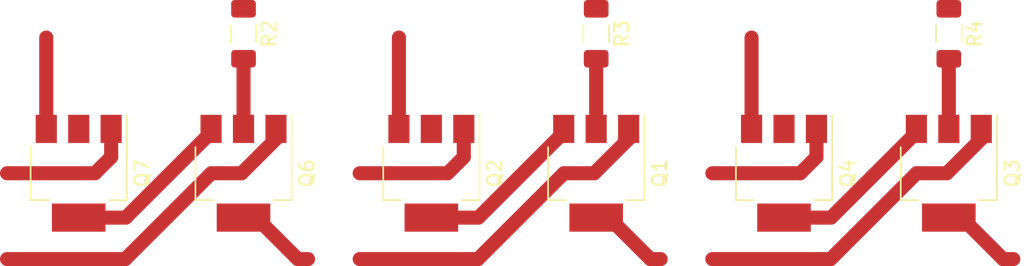
<source format=kicad_pcb>
(kicad_pcb (version 20171130) (host pcbnew "(5.0.2)-1")

  (general
    (thickness 1.6)
    (drawings 0)
    (tracks 48)
    (zones 0)
    (modules 9)
    (nets 13)
  )

  (page USLetter)
  (title_block
    (title Memory)
    (date 2018-10-22)
    (company "Gottfried Haider")
  )

  (layers
    (0 F.Cu signal)
    (31 B.Cu signal)
    (32 B.Adhes user)
    (33 F.Adhes user)
    (34 B.Paste user)
    (35 F.Paste user)
    (36 B.SilkS user)
    (37 F.SilkS user)
    (38 B.Mask user)
    (39 F.Mask user)
    (40 Dwgs.User user)
    (41 Cmts.User user)
    (42 Eco1.User user)
    (43 Eco2.User user)
    (44 Edge.Cuts user)
    (45 Margin user)
    (46 B.CrtYd user)
    (47 F.CrtYd user)
    (48 B.Fab user)
    (49 F.Fab user)
  )

  (setup
    (last_trace_width 1)
    (trace_clearance 0.2)
    (zone_clearance 0.508)
    (zone_45_only no)
    (trace_min 0.2)
    (segment_width 0.2)
    (edge_width 0.15)
    (via_size 0.8)
    (via_drill 0.4)
    (via_min_size 0.4)
    (via_min_drill 0.3)
    (uvia_size 0.3)
    (uvia_drill 0.1)
    (uvias_allowed no)
    (uvia_min_size 0.2)
    (uvia_min_drill 0.1)
    (pcb_text_width 0.3)
    (pcb_text_size 1.5 1.5)
    (mod_edge_width 0.15)
    (mod_text_size 1 1)
    (mod_text_width 0.15)
    (pad_size 1.524 1.524)
    (pad_drill 0.762)
    (pad_to_mask_clearance 0.2)
    (solder_mask_min_width 0.25)
    (aux_axis_origin 0 0)
    (visible_elements 7FFFFF7F)
    (pcbplotparams
      (layerselection 0x00000_7fffffff)
      (usegerberextensions false)
      (usegerberattributes false)
      (usegerberadvancedattributes false)
      (creategerberjobfile false)
      (excludeedgelayer true)
      (linewidth 0.100000)
      (plotframeref true)
      (viasonmask false)
      (mode 1)
      (useauxorigin false)
      (hpglpennumber 1)
      (hpglpenspeed 20)
      (hpglpendiameter 15.000000)
      (psnegative true)
      (psa4output false)
      (plotreference true)
      (plotvalue true)
      (plotinvisibletext false)
      (padsonsilk false)
      (subtractmaskfromsilk false)
      (outputformat 4)
      (mirror true)
      (drillshape 0)
      (scaleselection 1)
      (outputdirectory ""))
  )

  (net 0 "")
  (net 1 /SR_FLIP_FLOP_1/Q)
  (net 2 "Net-(Q1-Pad3)")
  (net 3 /SR_FLIP_FLOP_1/~Q)
  (net 4 GND)
  (net 5 "Net-(Q3-Pad3)")
  (net 6 /NAND2_1/Y)
  (net 7 "Net-(Q6-Pad3)")
  (net 8 VCC)
  (net 9 /SR_FLIP_FLOP_1/R)
  (net 10 /SR_FLIP_FLOP_1/S)
  (net 11 /NAND2_1/A)
  (net 12 /NAND2_1/B)

  (net_class Default "This is the default net class."
    (clearance 0.2)
    (trace_width 1)
    (via_dia 0.8)
    (via_drill 0.4)
    (uvia_dia 0.3)
    (uvia_drill 0.1)
    (add_net /NAND2_1/A)
    (add_net /NAND2_1/B)
    (add_net /NAND2_1/Y)
    (add_net /SR_FLIP_FLOP_1/Q)
    (add_net /SR_FLIP_FLOP_1/R)
    (add_net /SR_FLIP_FLOP_1/S)
    (add_net /SR_FLIP_FLOP_1/~Q)
    (add_net GND)
    (add_net "Net-(Q1-Pad3)")
    (add_net "Net-(Q3-Pad3)")
    (add_net "Net-(Q6-Pad3)")
    (add_net VCC)
  )

  (module Package_TO_SOT_SMD:SOT-223-3_TabPin2 (layer F.Cu) (tedit 5A02FF57) (tstamp 5BF74CBE)
    (at 151.384 43.18 270)
    (descr "module CMS SOT223 4 pins")
    (tags "CMS SOT")
    (path /5BEB43EA/5BEB5095)
    (attr smd)
    (fp_text reference Q6 (at 0 -4.5 270) (layer F.SilkS)
      (effects (font (size 1 1) (thickness 0.15)))
    )
    (fp_text value Q_NMOS_GDS (at 0 4.5 270) (layer F.Fab)
      (effects (font (size 1 1) (thickness 0.15)))
    )
    (fp_text user %R (at 0 0 180) (layer F.Fab)
      (effects (font (size 0.8 0.8) (thickness 0.12)))
    )
    (fp_line (start 1.91 3.41) (end 1.91 2.15) (layer F.SilkS) (width 0.12))
    (fp_line (start 1.91 -3.41) (end 1.91 -2.15) (layer F.SilkS) (width 0.12))
    (fp_line (start 4.4 -3.6) (end -4.4 -3.6) (layer F.CrtYd) (width 0.05))
    (fp_line (start 4.4 3.6) (end 4.4 -3.6) (layer F.CrtYd) (width 0.05))
    (fp_line (start -4.4 3.6) (end 4.4 3.6) (layer F.CrtYd) (width 0.05))
    (fp_line (start -4.4 -3.6) (end -4.4 3.6) (layer F.CrtYd) (width 0.05))
    (fp_line (start -1.85 -2.35) (end -0.85 -3.35) (layer F.Fab) (width 0.1))
    (fp_line (start -1.85 -2.35) (end -1.85 3.35) (layer F.Fab) (width 0.1))
    (fp_line (start -1.85 3.41) (end 1.91 3.41) (layer F.SilkS) (width 0.12))
    (fp_line (start -0.85 -3.35) (end 1.85 -3.35) (layer F.Fab) (width 0.1))
    (fp_line (start -4.1 -3.41) (end 1.91 -3.41) (layer F.SilkS) (width 0.12))
    (fp_line (start -1.85 3.35) (end 1.85 3.35) (layer F.Fab) (width 0.1))
    (fp_line (start 1.85 -3.35) (end 1.85 3.35) (layer F.Fab) (width 0.1))
    (pad 2 smd rect (at 3.15 0 270) (size 2 3.8) (layers F.Cu F.Paste F.Mask)
      (net 6 /NAND2_1/Y))
    (pad 2 smd rect (at -3.15 0 270) (size 2 1.5) (layers F.Cu F.Paste F.Mask)
      (net 6 /NAND2_1/Y))
    (pad 3 smd rect (at -3.15 2.3 270) (size 2 1.5) (layers F.Cu F.Paste F.Mask)
      (net 7 "Net-(Q6-Pad3)"))
    (pad 1 smd rect (at -3.15 -2.3 270) (size 2 1.5) (layers F.Cu F.Paste F.Mask)
      (net 11 /NAND2_1/A))
    (model ${KISYS3DMOD}/Package_TO_SOT_SMD.3dshapes/SOT-223.wrl
      (at (xyz 0 0 0))
      (scale (xyz 1 1 1))
      (rotate (xyz 0 0 0))
    )
  )

  (module Package_TO_SOT_SMD:SOT-223-3_TabPin2 (layer F.Cu) (tedit 5A02FF57) (tstamp 5BFF05C8)
    (at 139.7 43.18 270)
    (descr "module CMS SOT223 4 pins")
    (tags "CMS SOT")
    (path /5BEB43EA/5BEB509C)
    (attr smd)
    (fp_text reference Q7 (at 0 -4.5 270) (layer F.SilkS)
      (effects (font (size 1 1) (thickness 0.15)))
    )
    (fp_text value Q_NMOS_GDS (at 0 4.5 270) (layer F.Fab)
      (effects (font (size 1 1) (thickness 0.15)))
    )
    (fp_line (start 1.85 -3.35) (end 1.85 3.35) (layer F.Fab) (width 0.1))
    (fp_line (start -1.85 3.35) (end 1.85 3.35) (layer F.Fab) (width 0.1))
    (fp_line (start -4.1 -3.41) (end 1.91 -3.41) (layer F.SilkS) (width 0.12))
    (fp_line (start -0.85 -3.35) (end 1.85 -3.35) (layer F.Fab) (width 0.1))
    (fp_line (start -1.85 3.41) (end 1.91 3.41) (layer F.SilkS) (width 0.12))
    (fp_line (start -1.85 -2.35) (end -1.85 3.35) (layer F.Fab) (width 0.1))
    (fp_line (start -1.85 -2.35) (end -0.85 -3.35) (layer F.Fab) (width 0.1))
    (fp_line (start -4.4 -3.6) (end -4.4 3.6) (layer F.CrtYd) (width 0.05))
    (fp_line (start -4.4 3.6) (end 4.4 3.6) (layer F.CrtYd) (width 0.05))
    (fp_line (start 4.4 3.6) (end 4.4 -3.6) (layer F.CrtYd) (width 0.05))
    (fp_line (start 4.4 -3.6) (end -4.4 -3.6) (layer F.CrtYd) (width 0.05))
    (fp_line (start 1.91 -3.41) (end 1.91 -2.15) (layer F.SilkS) (width 0.12))
    (fp_line (start 1.91 3.41) (end 1.91 2.15) (layer F.SilkS) (width 0.12))
    (fp_text user %R (at 0 0) (layer F.Fab)
      (effects (font (size 0.8 0.8) (thickness 0.12)))
    )
    (pad 1 smd rect (at -3.15 -2.3 270) (size 2 1.5) (layers F.Cu F.Paste F.Mask)
      (net 12 /NAND2_1/B))
    (pad 3 smd rect (at -3.15 2.3 270) (size 2 1.5) (layers F.Cu F.Paste F.Mask)
      (net 4 GND))
    (pad 2 smd rect (at -3.15 0 270) (size 2 1.5) (layers F.Cu F.Paste F.Mask)
      (net 7 "Net-(Q6-Pad3)"))
    (pad 2 smd rect (at 3.15 0 270) (size 2 3.8) (layers F.Cu F.Paste F.Mask)
      (net 7 "Net-(Q6-Pad3)"))
    (model ${KISYS3DMOD}/Package_TO_SOT_SMD.3dshapes/SOT-223.wrl
      (at (xyz 0 0 0))
      (scale (xyz 1 1 1))
      (rotate (xyz 0 0 0))
    )
  )

  (module drawingcircuits:R_1206_3216Metric_2.3mmGap (layer F.Cu) (tedit 5BCE1A2F) (tstamp 5BF74CF6)
    (at 151.384 33.274 270)
    (descr "Resistor SMD 1206 (3216 Metric), square (rectangular) end terminal, IPC_7351 nominal, (Body size source: http://www.tortai-tech.com/upload/download/2011102023233369053.pdf), generated with kicad-footprint-generator")
    (tags resistor)
    (path /5BEB43EA/5BEB507D)
    (attr smd)
    (fp_text reference R2 (at 0 -1.82 270) (layer F.SilkS)
      (effects (font (size 1 1) (thickness 0.15)))
    )
    (fp_text value 10k (at 0 1.82 270) (layer F.Fab)
      (effects (font (size 1 1) (thickness 0.15)))
    )
    (fp_text user %R (at 0 0 270) (layer F.Fab)
      (effects (font (size 0.8 0.8) (thickness 0.12)))
    )
    (fp_line (start 2.28 1.12) (end -2.28 1.12) (layer F.CrtYd) (width 0.05))
    (fp_line (start 2.28 -1.12) (end 2.28 1.12) (layer F.CrtYd) (width 0.05))
    (fp_line (start -2.28 -1.12) (end 2.28 -1.12) (layer F.CrtYd) (width 0.05))
    (fp_line (start -2.28 1.12) (end -2.28 -1.12) (layer F.CrtYd) (width 0.05))
    (fp_line (start -0.602064 0.91) (end 0.602064 0.91) (layer F.SilkS) (width 0.12))
    (fp_line (start -0.602064 -0.91) (end 0.602064 -0.91) (layer F.SilkS) (width 0.12))
    (fp_line (start 1.6 0.8) (end -1.6 0.8) (layer F.Fab) (width 0.1))
    (fp_line (start 1.6 -0.8) (end 1.6 0.8) (layer F.Fab) (width 0.1))
    (fp_line (start -1.6 -0.8) (end 1.6 -0.8) (layer F.Fab) (width 0.1))
    (fp_line (start -1.6 0.8) (end -1.6 -0.8) (layer F.Fab) (width 0.1))
    (pad 2 smd roundrect (at 1.775 0 270) (size 1.25 1.75) (layers F.Cu F.Paste F.Mask) (roundrect_rratio 0.2)
      (net 6 /NAND2_1/Y))
    (pad 1 smd roundrect (at -1.775 0 270) (size 1.25 1.75) (layers F.Cu F.Paste F.Mask) (roundrect_rratio 0.2)
      (net 8 VCC))
    (model ${KISYS3DMOD}/Resistor_SMD.3dshapes/R_1206_3216Metric.wrl
      (at (xyz 0 0 0))
      (scale (xyz 1 1 1))
      (rotate (xyz 0 0 0))
    )
  )

  (module Package_TO_SOT_SMD:SOT-223-3_TabPin2 (layer F.Cu) (tedit 5A02FF57) (tstamp 5C07969D)
    (at 176.384 43.18 270)
    (descr "module CMS SOT223 4 pins")
    (tags "CMS SOT")
    (path /5BEB8B38/5BEB8BD4/5BEB5095)
    (attr smd)
    (fp_text reference Q1 (at 0 -4.5 270) (layer F.SilkS)
      (effects (font (size 1 1) (thickness 0.15)))
    )
    (fp_text value Q_NMOS_GDS (at 0 4.5 270) (layer F.Fab)
      (effects (font (size 1 1) (thickness 0.15)))
    )
    (fp_text user %R (at 0 0 180) (layer F.Fab)
      (effects (font (size 0.8 0.8) (thickness 0.12)))
    )
    (fp_line (start 1.91 3.41) (end 1.91 2.15) (layer F.SilkS) (width 0.12))
    (fp_line (start 1.91 -3.41) (end 1.91 -2.15) (layer F.SilkS) (width 0.12))
    (fp_line (start 4.4 -3.6) (end -4.4 -3.6) (layer F.CrtYd) (width 0.05))
    (fp_line (start 4.4 3.6) (end 4.4 -3.6) (layer F.CrtYd) (width 0.05))
    (fp_line (start -4.4 3.6) (end 4.4 3.6) (layer F.CrtYd) (width 0.05))
    (fp_line (start -4.4 -3.6) (end -4.4 3.6) (layer F.CrtYd) (width 0.05))
    (fp_line (start -1.85 -2.35) (end -0.85 -3.35) (layer F.Fab) (width 0.1))
    (fp_line (start -1.85 -2.35) (end -1.85 3.35) (layer F.Fab) (width 0.1))
    (fp_line (start -1.85 3.41) (end 1.91 3.41) (layer F.SilkS) (width 0.12))
    (fp_line (start -0.85 -3.35) (end 1.85 -3.35) (layer F.Fab) (width 0.1))
    (fp_line (start -4.1 -3.41) (end 1.91 -3.41) (layer F.SilkS) (width 0.12))
    (fp_line (start -1.85 3.35) (end 1.85 3.35) (layer F.Fab) (width 0.1))
    (fp_line (start 1.85 -3.35) (end 1.85 3.35) (layer F.Fab) (width 0.1))
    (pad 2 smd rect (at 3.15 0 270) (size 2 3.8) (layers F.Cu F.Paste F.Mask)
      (net 3 /SR_FLIP_FLOP_1/~Q))
    (pad 2 smd rect (at -3.15 0 270) (size 2 1.5) (layers F.Cu F.Paste F.Mask)
      (net 3 /SR_FLIP_FLOP_1/~Q))
    (pad 3 smd rect (at -3.15 2.3 270) (size 2 1.5) (layers F.Cu F.Paste F.Mask)
      (net 2 "Net-(Q1-Pad3)"))
    (pad 1 smd rect (at -3.15 -2.3 270) (size 2 1.5) (layers F.Cu F.Paste F.Mask)
      (net 9 /SR_FLIP_FLOP_1/R))
    (model ${KISYS3DMOD}/Package_TO_SOT_SMD.3dshapes/SOT-223.wrl
      (at (xyz 0 0 0))
      (scale (xyz 1 1 1))
      (rotate (xyz 0 0 0))
    )
  )

  (module Package_TO_SOT_SMD:SOT-223-3_TabPin2 (layer F.Cu) (tedit 5A02FF57) (tstamp 5C07965E)
    (at 164.7 43.18 270)
    (descr "module CMS SOT223 4 pins")
    (tags "CMS SOT")
    (path /5BEB8B38/5BEB8BD4/5BEB509C)
    (attr smd)
    (fp_text reference Q2 (at 0 -4.5 270) (layer F.SilkS)
      (effects (font (size 1 1) (thickness 0.15)))
    )
    (fp_text value Q_NMOS_GDS (at 0 4.5 270) (layer F.Fab)
      (effects (font (size 1 1) (thickness 0.15)))
    )
    (fp_line (start 1.85 -3.35) (end 1.85 3.35) (layer F.Fab) (width 0.1))
    (fp_line (start -1.85 3.35) (end 1.85 3.35) (layer F.Fab) (width 0.1))
    (fp_line (start -4.1 -3.41) (end 1.91 -3.41) (layer F.SilkS) (width 0.12))
    (fp_line (start -0.85 -3.35) (end 1.85 -3.35) (layer F.Fab) (width 0.1))
    (fp_line (start -1.85 3.41) (end 1.91 3.41) (layer F.SilkS) (width 0.12))
    (fp_line (start -1.85 -2.35) (end -1.85 3.35) (layer F.Fab) (width 0.1))
    (fp_line (start -1.85 -2.35) (end -0.85 -3.35) (layer F.Fab) (width 0.1))
    (fp_line (start -4.4 -3.6) (end -4.4 3.6) (layer F.CrtYd) (width 0.05))
    (fp_line (start -4.4 3.6) (end 4.4 3.6) (layer F.CrtYd) (width 0.05))
    (fp_line (start 4.4 3.6) (end 4.4 -3.6) (layer F.CrtYd) (width 0.05))
    (fp_line (start 4.4 -3.6) (end -4.4 -3.6) (layer F.CrtYd) (width 0.05))
    (fp_line (start 1.91 -3.41) (end 1.91 -2.15) (layer F.SilkS) (width 0.12))
    (fp_line (start 1.91 3.41) (end 1.91 2.15) (layer F.SilkS) (width 0.12))
    (fp_text user %R (at 0 0) (layer F.Fab)
      (effects (font (size 0.8 0.8) (thickness 0.12)))
    )
    (pad 1 smd rect (at -3.15 -2.3 270) (size 2 1.5) (layers F.Cu F.Paste F.Mask)
      (net 1 /SR_FLIP_FLOP_1/Q))
    (pad 3 smd rect (at -3.15 2.3 270) (size 2 1.5) (layers F.Cu F.Paste F.Mask)
      (net 4 GND))
    (pad 2 smd rect (at -3.15 0 270) (size 2 1.5) (layers F.Cu F.Paste F.Mask)
      (net 2 "Net-(Q1-Pad3)"))
    (pad 2 smd rect (at 3.15 0 270) (size 2 3.8) (layers F.Cu F.Paste F.Mask)
      (net 2 "Net-(Q1-Pad3)"))
    (model ${KISYS3DMOD}/Package_TO_SOT_SMD.3dshapes/SOT-223.wrl
      (at (xyz 0 0 0))
      (scale (xyz 1 1 1))
      (rotate (xyz 0 0 0))
    )
  )

  (module Package_TO_SOT_SMD:SOT-223-3_TabPin2 (layer F.Cu) (tedit 5C554250) (tstamp 5C07961F)
    (at 201.384 43.18 270)
    (descr "module CMS SOT223 4 pins")
    (tags "CMS SOT")
    (path /5BEB8B38/5BEB8BDF/5BEB5095)
    (attr smd)
    (fp_text reference Q3 (at 0 -4.5 270) (layer F.SilkS)
      (effects (font (size 1 1) (thickness 0.15)))
    )
    (fp_text value Q_NMOS_GDS (at 0 4.5 270) (layer F.Fab)
      (effects (font (size 1 1) (thickness 0.15)))
    )
    (fp_text user %R (at 0 0 180) (layer F.Fab)
      (effects (font (size 0.8 0.8) (thickness 0.12)))
    )
    (fp_line (start 1.91 3.41) (end 1.91 2.15) (layer F.SilkS) (width 0.12))
    (fp_line (start 1.91 -3.41) (end 1.91 -2.15) (layer F.SilkS) (width 0.12))
    (fp_line (start 4.4 -3.6) (end -4.4 -3.6) (layer F.CrtYd) (width 0.05))
    (fp_line (start 4.4 3.6) (end 4.4 -3.6) (layer F.CrtYd) (width 0.05))
    (fp_line (start -4.4 3.6) (end 4.4 3.6) (layer F.CrtYd) (width 0.05))
    (fp_line (start -4.4 -3.6) (end -4.4 3.6) (layer F.CrtYd) (width 0.05))
    (fp_line (start -1.85 -2.35) (end -0.85 -3.35) (layer F.Fab) (width 0.1))
    (fp_line (start -1.85 -2.35) (end -1.85 3.35) (layer F.Fab) (width 0.1))
    (fp_line (start -1.85 3.41) (end 1.91 3.41) (layer F.SilkS) (width 0.12))
    (fp_line (start -0.85 -3.35) (end 1.85 -3.35) (layer F.Fab) (width 0.1))
    (fp_line (start -4.1 -3.41) (end 1.91 -3.41) (layer F.SilkS) (width 0.12))
    (fp_line (start -1.85 3.35) (end 1.85 3.35) (layer F.Fab) (width 0.1))
    (fp_line (start 1.85 -3.35) (end 1.85 3.35) (layer F.Fab) (width 0.1))
    (pad 2 smd rect (at 3.15 0 270) (size 2 3.8) (layers F.Cu F.Paste F.Mask)
      (net 1 /SR_FLIP_FLOP_1/Q))
    (pad 2 smd rect (at -3.15 0 270) (size 2 1.5) (layers F.Cu F.Paste F.Mask)
      (net 1 /SR_FLIP_FLOP_1/Q))
    (pad 3 smd rect (at -3.15 2.3 270) (size 2 1.5) (layers F.Cu F.Paste F.Mask)
      (net 5 "Net-(Q3-Pad3)"))
    (pad 1 smd rect (at -3.15 -2.3 270) (size 2 1.5) (layers F.Cu F.Paste F.Mask)
      (net 10 /SR_FLIP_FLOP_1/S))
    (model ${KISYS3DMOD}/Package_TO_SOT_SMD.3dshapes/SOT-223.wrl
      (at (xyz 0 0 0))
      (scale (xyz 1 1 1))
      (rotate (xyz 0 0 0))
    )
  )

  (module Package_TO_SOT_SMD:SOT-223-3_TabPin2 (layer F.Cu) (tedit 5C55424D) (tstamp 5C0795E0)
    (at 189.7 43.18 270)
    (descr "module CMS SOT223 4 pins")
    (tags "CMS SOT")
    (path /5BEB8B38/5BEB8BDF/5BEB509C)
    (attr smd)
    (fp_text reference Q4 (at 0 -4.5 270) (layer F.SilkS)
      (effects (font (size 1 1) (thickness 0.15)))
    )
    (fp_text value Q_NMOS_GDS (at 0 4.5 270) (layer F.Fab)
      (effects (font (size 1 1) (thickness 0.15)))
    )
    (fp_line (start 1.85 -3.35) (end 1.85 3.35) (layer F.Fab) (width 0.1))
    (fp_line (start -1.85 3.35) (end 1.85 3.35) (layer F.Fab) (width 0.1))
    (fp_line (start -4.1 -3.41) (end 1.91 -3.41) (layer F.SilkS) (width 0.12))
    (fp_line (start -0.85 -3.35) (end 1.85 -3.35) (layer F.Fab) (width 0.1))
    (fp_line (start -1.85 3.41) (end 1.91 3.41) (layer F.SilkS) (width 0.12))
    (fp_line (start -1.85 -2.35) (end -1.85 3.35) (layer F.Fab) (width 0.1))
    (fp_line (start -1.85 -2.35) (end -0.85 -3.35) (layer F.Fab) (width 0.1))
    (fp_line (start -4.4 -3.6) (end -4.4 3.6) (layer F.CrtYd) (width 0.05))
    (fp_line (start -4.4 3.6) (end 4.4 3.6) (layer F.CrtYd) (width 0.05))
    (fp_line (start 4.4 3.6) (end 4.4 -3.6) (layer F.CrtYd) (width 0.05))
    (fp_line (start 4.4 -3.6) (end -4.4 -3.6) (layer F.CrtYd) (width 0.05))
    (fp_line (start 1.91 -3.41) (end 1.91 -2.15) (layer F.SilkS) (width 0.12))
    (fp_line (start 1.91 3.41) (end 1.91 2.15) (layer F.SilkS) (width 0.12))
    (fp_text user %R (at 0 0) (layer F.Fab)
      (effects (font (size 0.8 0.8) (thickness 0.12)))
    )
    (pad 1 smd rect (at -3.15 -2.3 270) (size 2 1.5) (layers F.Cu F.Paste F.Mask)
      (net 3 /SR_FLIP_FLOP_1/~Q))
    (pad 3 smd rect (at -3.15 2.3 270) (size 2 1.5) (layers F.Cu F.Paste F.Mask)
      (net 4 GND))
    (pad 2 smd rect (at -3.15 0 270) (size 2 1.5) (layers F.Cu F.Paste F.Mask)
      (net 5 "Net-(Q3-Pad3)"))
    (pad 2 smd rect (at 3.15 0 270) (size 2 3.8) (layers F.Cu F.Paste F.Mask)
      (net 5 "Net-(Q3-Pad3)"))
    (model ${KISYS3DMOD}/Package_TO_SOT_SMD.3dshapes/SOT-223.wrl
      (at (xyz 0 0 0))
      (scale (xyz 1 1 1))
      (rotate (xyz 0 0 0))
    )
  )

  (module drawingcircuits:R_1206_3216Metric_2.3mmGap (layer F.Cu) (tedit 5BCE1A2F) (tstamp 5C0795AB)
    (at 176.384 33.274 270)
    (descr "Resistor SMD 1206 (3216 Metric), square (rectangular) end terminal, IPC_7351 nominal, (Body size source: http://www.tortai-tech.com/upload/download/2011102023233369053.pdf), generated with kicad-footprint-generator")
    (tags resistor)
    (path /5BEB8B38/5BEB8BD4/5BEB507D)
    (attr smd)
    (fp_text reference R3 (at 0 -1.82 270) (layer F.SilkS)
      (effects (font (size 1 1) (thickness 0.15)))
    )
    (fp_text value 10k (at 0 1.82 270) (layer F.Fab)
      (effects (font (size 1 1) (thickness 0.15)))
    )
    (fp_text user %R (at 0 0 270) (layer F.Fab)
      (effects (font (size 0.8 0.8) (thickness 0.12)))
    )
    (fp_line (start 2.28 1.12) (end -2.28 1.12) (layer F.CrtYd) (width 0.05))
    (fp_line (start 2.28 -1.12) (end 2.28 1.12) (layer F.CrtYd) (width 0.05))
    (fp_line (start -2.28 -1.12) (end 2.28 -1.12) (layer F.CrtYd) (width 0.05))
    (fp_line (start -2.28 1.12) (end -2.28 -1.12) (layer F.CrtYd) (width 0.05))
    (fp_line (start -0.602064 0.91) (end 0.602064 0.91) (layer F.SilkS) (width 0.12))
    (fp_line (start -0.602064 -0.91) (end 0.602064 -0.91) (layer F.SilkS) (width 0.12))
    (fp_line (start 1.6 0.8) (end -1.6 0.8) (layer F.Fab) (width 0.1))
    (fp_line (start 1.6 -0.8) (end 1.6 0.8) (layer F.Fab) (width 0.1))
    (fp_line (start -1.6 -0.8) (end 1.6 -0.8) (layer F.Fab) (width 0.1))
    (fp_line (start -1.6 0.8) (end -1.6 -0.8) (layer F.Fab) (width 0.1))
    (pad 2 smd roundrect (at 1.775 0 270) (size 1.25 1.75) (layers F.Cu F.Paste F.Mask) (roundrect_rratio 0.2)
      (net 3 /SR_FLIP_FLOP_1/~Q))
    (pad 1 smd roundrect (at -1.775 0 270) (size 1.25 1.75) (layers F.Cu F.Paste F.Mask) (roundrect_rratio 0.2)
      (net 8 VCC))
    (model ${KISYS3DMOD}/Resistor_SMD.3dshapes/R_1206_3216Metric.wrl
      (at (xyz 0 0 0))
      (scale (xyz 1 1 1))
      (rotate (xyz 0 0 0))
    )
  )

  (module drawingcircuits:R_1206_3216Metric_2.3mmGap (layer F.Cu) (tedit 5BCE1A2F) (tstamp 5C07957B)
    (at 201.384 33.274 270)
    (descr "Resistor SMD 1206 (3216 Metric), square (rectangular) end terminal, IPC_7351 nominal, (Body size source: http://www.tortai-tech.com/upload/download/2011102023233369053.pdf), generated with kicad-footprint-generator")
    (tags resistor)
    (path /5BEB8B38/5BEB8BDF/5BEB507D)
    (attr smd)
    (fp_text reference R4 (at 0 -1.82 270) (layer F.SilkS)
      (effects (font (size 1 1) (thickness 0.15)))
    )
    (fp_text value 10k (at 0 1.82 270) (layer F.Fab)
      (effects (font (size 1 1) (thickness 0.15)))
    )
    (fp_line (start -1.6 0.8) (end -1.6 -0.8) (layer F.Fab) (width 0.1))
    (fp_line (start -1.6 -0.8) (end 1.6 -0.8) (layer F.Fab) (width 0.1))
    (fp_line (start 1.6 -0.8) (end 1.6 0.8) (layer F.Fab) (width 0.1))
    (fp_line (start 1.6 0.8) (end -1.6 0.8) (layer F.Fab) (width 0.1))
    (fp_line (start -0.602064 -0.91) (end 0.602064 -0.91) (layer F.SilkS) (width 0.12))
    (fp_line (start -0.602064 0.91) (end 0.602064 0.91) (layer F.SilkS) (width 0.12))
    (fp_line (start -2.28 1.12) (end -2.28 -1.12) (layer F.CrtYd) (width 0.05))
    (fp_line (start -2.28 -1.12) (end 2.28 -1.12) (layer F.CrtYd) (width 0.05))
    (fp_line (start 2.28 -1.12) (end 2.28 1.12) (layer F.CrtYd) (width 0.05))
    (fp_line (start 2.28 1.12) (end -2.28 1.12) (layer F.CrtYd) (width 0.05))
    (fp_text user %R (at 0 0 270) (layer F.Fab)
      (effects (font (size 0.8 0.8) (thickness 0.12)))
    )
    (pad 1 smd roundrect (at -1.775 0 270) (size 1.25 1.75) (layers F.Cu F.Paste F.Mask) (roundrect_rratio 0.2)
      (net 8 VCC))
    (pad 2 smd roundrect (at 1.775 0 270) (size 1.25 1.75) (layers F.Cu F.Paste F.Mask) (roundrect_rratio 0.2)
      (net 1 /SR_FLIP_FLOP_1/Q))
    (model ${KISYS3DMOD}/Resistor_SMD.3dshapes/R_1206_3216Metric.wrl
      (at (xyz 0 0 0))
      (scale (xyz 1 1 1))
      (rotate (xyz 0 0 0))
    )
  )

  (segment (start 190.85 43.18) (end 184.62 43.18) (width 1) (layer F.Cu) (net 3))
  (segment (start 192 40.03) (end 192 42.03) (width 1) (layer F.Cu) (net 3))
  (segment (start 192 42.03) (end 190.85 43.18) (width 1) (layer F.Cu) (net 3))
  (segment (start 193.002 49.276) (end 184.62 49.276) (width 1) (layer F.Cu) (net 10))
  (segment (start 199.098 43.18) (end 193.002 49.276) (width 1) (layer F.Cu) (net 10))
  (segment (start 201.244002 43.18) (end 199.098 43.18) (width 1) (layer F.Cu) (net 10))
  (segment (start 203.684 40.03) (end 203.684 40.740002) (width 1) (layer F.Cu) (net 10))
  (segment (start 203.684 40.740002) (end 201.244002 43.18) (width 1) (layer F.Cu) (net 10))
  (segment (start 189.7 46.33) (end 193.034 46.33) (width 1) (layer F.Cu) (net 5))
  (segment (start 193.034 46.33) (end 199.084 40.28) (width 1) (layer F.Cu) (net 5))
  (segment (start 199.084 40.28) (end 199.084 40.03) (width 1) (layer F.Cu) (net 5))
  (segment (start 205.23 49.276) (end 205.956 49.276) (width 1) (layer F.Cu) (net 1))
  (segment (start 201.384 46.33) (end 202.284 46.33) (width 1) (layer F.Cu) (net 1))
  (segment (start 202.284 46.33) (end 205.23 49.276) (width 1) (layer F.Cu) (net 1))
  (segment (start 201.384 35.049) (end 201.384 40.03) (width 1) (layer F.Cu) (net 1))
  (segment (start 187.4 40.03) (end 187.4 33.542) (width 1) (layer F.Cu) (net 4))
  (segment (start 165.85 43.18) (end 159.62 43.18) (width 1) (layer F.Cu) (net 1))
  (segment (start 167 40.03) (end 167 42.03) (width 1) (layer F.Cu) (net 1))
  (segment (start 167 42.03) (end 165.85 43.18) (width 1) (layer F.Cu) (net 1))
  (segment (start 168.002 49.276) (end 159.62 49.276) (width 1) (layer F.Cu) (net 9))
  (segment (start 174.098 43.18) (end 168.002 49.276) (width 1) (layer F.Cu) (net 9))
  (segment (start 176.244002 43.18) (end 174.098 43.18) (width 1) (layer F.Cu) (net 9))
  (segment (start 178.684 40.03) (end 178.684 40.740002) (width 1) (layer F.Cu) (net 9))
  (segment (start 178.684 40.740002) (end 176.244002 43.18) (width 1) (layer F.Cu) (net 9))
  (segment (start 164.7 46.33) (end 168.034 46.33) (width 1) (layer F.Cu) (net 2))
  (segment (start 168.034 46.33) (end 174.084 40.28) (width 1) (layer F.Cu) (net 2))
  (segment (start 174.084 40.28) (end 174.084 40.03) (width 1) (layer F.Cu) (net 2))
  (segment (start 180.23 49.276) (end 180.956 49.276) (width 1) (layer F.Cu) (net 3))
  (segment (start 176.384 46.33) (end 177.284 46.33) (width 1) (layer F.Cu) (net 3))
  (segment (start 177.284 46.33) (end 180.23 49.276) (width 1) (layer F.Cu) (net 3))
  (segment (start 176.384 35.049) (end 176.384 40.03) (width 1) (layer F.Cu) (net 3))
  (segment (start 162.4 40.03) (end 162.4 33.542) (width 1) (layer F.Cu) (net 4))
  (segment (start 137.4 40.03) (end 137.4 33.542) (width 1) (layer F.Cu) (net 4) (status 10))
  (segment (start 151.384 35.049) (end 151.384 40.03) (width 1) (layer F.Cu) (net 6) (status 30))
  (segment (start 152.284 46.33) (end 155.23 49.276) (width 1) (layer F.Cu) (net 6) (status 10))
  (segment (start 151.384 46.33) (end 152.284 46.33) (width 1) (layer F.Cu) (net 6) (status 30))
  (segment (start 155.23 49.276) (end 155.956 49.276) (width 1) (layer F.Cu) (net 6))
  (segment (start 149.084 40.28) (end 149.084 40.03) (width 1) (layer F.Cu) (net 7) (status 30))
  (segment (start 143.034 46.33) (end 149.084 40.28) (width 1) (layer F.Cu) (net 7) (status 20))
  (segment (start 139.7 46.33) (end 143.034 46.33) (width 1) (layer F.Cu) (net 7) (status 10))
  (segment (start 153.684 40.740002) (end 151.244002 43.18) (width 1) (layer F.Cu) (net 11) (status 10))
  (segment (start 153.684 40.03) (end 153.684 40.740002) (width 1) (layer F.Cu) (net 11) (status 30))
  (segment (start 151.244002 43.18) (end 149.098 43.18) (width 1) (layer F.Cu) (net 11))
  (segment (start 149.098 43.18) (end 143.002 49.276) (width 1) (layer F.Cu) (net 11))
  (segment (start 143.002 49.276) (end 134.62 49.276) (width 1) (layer F.Cu) (net 11))
  (segment (start 142 42.03) (end 140.85 43.18) (width 1) (layer F.Cu) (net 12))
  (segment (start 142 40.03) (end 142 42.03) (width 1) (layer F.Cu) (net 12) (status 10))
  (segment (start 140.85 43.18) (end 134.62 43.18) (width 1) (layer F.Cu) (net 12))

)

</source>
